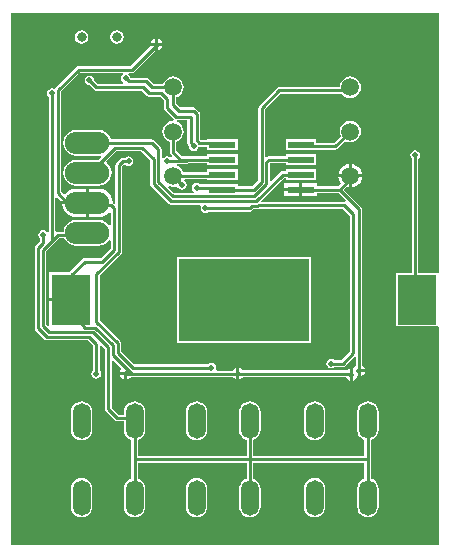
<source format=gbl>
%FSTAX23Y23*%
%MOIN*%
%SFA1B1*%

%IPPOS*%
%AMD34*
4,1,8,-0.029500,0.000000,-0.029500,0.000000,0.000000,-0.029500,0.000000,-0.029500,0.029500,0.000000,0.029500,0.000000,0.000000,0.029500,0.000000,0.029500,-0.029500,0.000000,0.0*
1,1,0.059063,0.000000,0.000000*
1,1,0.059063,0.000000,0.000000*
1,1,0.059063,0.000000,0.000000*
1,1,0.059063,0.000000,0.000000*
%
%AMD35*
4,1,8,0.000000,-0.029500,0.000000,-0.029500,0.029500,0.000000,0.029500,0.000000,0.000000,0.029500,0.000000,0.029500,-0.029500,0.000000,-0.029500,0.000000,0.000000,-0.029500,0.0*
1,1,0.059063,0.000000,0.000000*
1,1,0.059063,0.000000,0.000000*
1,1,0.059063,0.000000,0.000000*
1,1,0.059063,0.000000,0.000000*
%
%ADD29C,0.010000*%
%ADD30O,0.148000X0.074000*%
%ADD31C,0.031500*%
%ADD32O,0.059055X0.118110*%
%ADD33C,0.019685*%
G04~CAMADD=34~8~0.0~0.0~590.6~590.6~295.3~0.0~15~0.0~0.0~0.0~0.0~0~0.0~0.0~0.0~0.0~0~0.0~0.0~0.0~90.0~590.0~589.0*
%ADD34D34*%
G04~CAMADD=35~8~0.0~0.0~590.6~590.6~295.3~0.0~15~0.0~0.0~0.0~0.0~0~0.0~0.0~0.0~0.0~0~0.0~0.0~0.0~180.0~590.0~589.0*
%ADD35D35*%
%ADD36R,0.125980X0.165350*%
%ADD37R,0.433070X0.275590*%
%ADD38R,0.090000X0.023622*%
%LNpcb1-1*%
%LPD*%
G36*
X01427Y00908D02*
X01423Y00905D01*
X01422*
X01359*
Y01287*
X01359Y01287*
X01363Y01293*
X01364Y01299*
X01363Y01305*
X01359Y0131*
X01354Y01314*
X01348Y01315*
X01342Y01314*
X01337Y0131*
X01333Y01305*
X01332Y01299*
X01333Y01293*
X01337Y01287*
X01337Y01287*
Y00905*
X01285*
Y00728*
X01422*
X01423*
X01427Y00725*
Y0*
X0*
Y01771*
X01427*
Y00908*
G37*
%LNpcb1-2*%
%LPC*%
G36*
X00491Y01686D02*
Y01672D01*
X00505*
X00504Y01675*
X005Y01681*
X00493Y01686*
X00491Y01686*
G37*
G36*
X00481D02*
X00478Y01686D01*
X00471Y01681*
X00467Y01675*
X00466Y01672*
X00481*
Y01686*
G37*
G36*
X00354Y01715D02*
X00345Y01713D01*
X00338Y01708*
X00333Y01701*
X00332Y01692*
X00333Y01684*
X00338Y01677*
X00345Y01672*
X00354Y0167*
X00362Y01672*
X0037Y01677*
X00374Y01684*
X00376Y01692*
X00374Y01701*
X0037Y01708*
X00362Y01713*
X00354Y01715*
G37*
G36*
X00236D02*
X00227Y01713D01*
X0022Y01708*
X00215Y01701*
X00214Y01692*
X00215Y01684*
X0022Y01677*
X00227Y01672*
X00236Y0167*
X00244Y01672*
X00251Y01677*
X00256Y01684*
X00258Y01692*
X00256Y01701*
X00251Y01708*
X00244Y01713*
X00236Y01715*
G37*
G36*
X00505Y01662D02*
X00491D01*
Y01648*
X00493Y01648*
X005Y01653*
X00504Y01659*
X00505Y01662*
G37*
G36*
X00481D02*
X00465D01*
X00398Y01595*
X00226*
X00222Y01595*
X00218Y01592*
X00149Y01523*
X00149Y01523*
X00143Y0152*
X00137Y01522*
X00131Y0152*
X00126Y01517*
X00122Y01512*
X00121Y01505*
X00122Y01499*
X00126Y01494*
X00126Y01494*
Y01043*
X00121Y01042*
X00119Y01044*
X00114Y01048*
X00108Y01049*
X00102Y01048*
X00096Y01044*
X00093Y01039*
X00092Y01033*
X00093Y01027*
X00096Y01022*
X00097Y01021*
Y01011*
X00084Y00998*
X00081Y00995*
X00081Y0099*
Y00721*
X00081Y00717*
X00084Y00713*
X00113Y00684*
X00117Y00682*
X00121Y00681*
X00257*
X00274Y00664*
Y00582*
X00274Y00582*
X0027Y00577*
X00269Y0057*
X0027Y00564*
X00274Y00559*
X00279Y00555*
X00285Y00554*
X00291Y00555*
X00296Y00559*
X003Y00564*
X00301Y0057*
X003Y00577*
X00296Y00582*
X00296Y00582*
Y00664*
X00301Y00666*
X00313Y00654*
Y00452*
X00314Y00448*
X00316Y00444*
X00346Y00415*
X0035Y00412*
X00354Y00412*
X00377*
Y00383*
X00378Y00374*
X00382Y00365*
X00388Y00358*
X00395Y00352*
X00402Y0035*
Y00285*
Y0022*
X00395Y00218*
X00388Y00212*
X00382Y00204*
X00378Y00196*
X00377Y00187*
Y00127*
X00378Y00118*
X00382Y0011*
X00388Y00102*
X00395Y00096*
X00404Y00093*
X00413Y00092*
X00422Y00093*
X00431Y00096*
X00438Y00102*
X00444Y0011*
X00447Y00118*
X00449Y00127*
Y00187*
X00447Y00196*
X00444Y00204*
X00438Y00212*
X00431Y00218*
X00424Y0022*
Y00274*
X00786*
Y0022*
X00779Y00218*
X00771Y00212*
X00766Y00204*
X00762Y00196*
X00761Y00187*
Y00127*
X00762Y00118*
X00766Y0011*
X00771Y00102*
X00779Y00096*
X00787Y00093*
X00797Y00092*
X00806Y00093*
X00815Y00096*
X00822Y00102*
X00828Y0011*
X00831Y00118*
X00833Y00127*
Y00187*
X00831Y00196*
X00828Y00204*
X00822Y00212*
X00815Y00218*
X00808Y0022*
Y00274*
X01179*
Y0022*
X01173Y00218*
X01165Y00212*
X01159Y00204*
X01156Y00196*
X01155Y00187*
Y00127*
X01156Y00118*
X01159Y0011*
X01165Y00102*
X01173Y00096*
X01181Y00093*
X0119Y00092*
X012Y00093*
X01208Y00096*
X01216Y00102*
X01221Y0011*
X01225Y00118*
X01226Y00127*
Y00187*
X01225Y00196*
X01221Y00204*
X01216Y00212*
X01208Y00218*
X01202Y0022*
Y00285*
Y0035*
X01208Y00352*
X01216Y00358*
X01221Y00365*
X01225Y00374*
X01226Y00383*
Y00442*
X01225Y00452*
X01221Y0046*
X01216Y00468*
X01208Y00473*
X012Y00477*
X0119Y00478*
X01181Y00477*
X01173Y00473*
X01165Y00468*
X01159Y0046*
X01156Y00452*
X01155Y00442*
Y00383*
X01156Y00374*
X01159Y00365*
X01165Y00358*
X01173Y00352*
X01179Y0035*
Y00296*
X00808*
Y0035*
X00815Y00352*
X00822Y00358*
X00828Y00365*
X00831Y00374*
X00833Y00383*
Y00442*
X00831Y00452*
X00828Y0046*
X00822Y00468*
X00815Y00473*
X00806Y00477*
X00797Y00478*
X00787Y00477*
X00779Y00473*
X00771Y00468*
X00766Y0046*
X00762Y00452*
X00761Y00442*
Y00383*
X00762Y00374*
X00766Y00365*
X00771Y00358*
X00779Y00352*
X00786Y0035*
Y00296*
X00424*
Y0035*
X00431Y00352*
X00438Y00358*
X00444Y00365*
X00447Y00374*
X00449Y00383*
Y00442*
X00447Y00452*
X00444Y0046*
X00438Y00468*
X00431Y00473*
X00422Y00477*
X00413Y00478*
X00404Y00477*
X00395Y00473*
X00388Y00468*
X00382Y0046*
X00378Y00452*
X00377Y00442*
Y00434*
X00358*
X00336Y00457*
Y00615*
X0034Y00617*
X00369Y00588*
X00369Y00585*
X00365Y00578*
X00364Y00575*
X00383*
Y0057*
X00388*
Y00551*
X00391Y00552*
X00398Y00556*
X004Y00559*
X004Y00559*
X00404Y00558*
X00742*
X00743Y00556*
X0075Y00552*
X00752Y00551*
Y0057*
Y0059*
X0075Y00589*
X00743Y00585*
X0074Y0058*
X00687*
X00684Y00585*
X00685Y0059*
X00684Y00596*
X0068Y00601*
X00675Y00605*
X00669Y00606*
X00663Y00605*
X00657Y00601*
X00657Y00601*
X00411*
X00368Y00644*
Y00672*
X00367Y00676*
X00364Y0068*
X00296Y00748*
Y00897*
X00368Y00969*
X0037Y00973*
X00371Y00977*
Y01261*
X00377Y01267*
X00382Y01268*
X00387Y01264*
X00393Y01263*
X00399Y01264*
X00405Y01268*
X00408Y01273*
X00409Y01279*
X00408Y01285*
X00405Y0129*
X00399Y01294*
X00393Y01295*
X00387Y01294*
X00382Y0129*
X00382Y0129*
X00374*
X00369Y01289*
X00366Y01287*
X00352Y01273*
X0035Y0127*
X00349Y01266*
Y01139*
X00344Y01137*
X00342Y01139*
X0034Y01141*
X00338Y01152*
X00333Y01163*
X00326Y01173*
X00316Y01181*
X00305Y01185*
X00292Y01187*
X0026*
Y0114*
Y01092*
X00292*
X00305Y01094*
X00316Y01099*
X00326Y01106*
X00328Y01109*
X00333Y01107*
Y01066*
X00328Y01064*
X00323Y0107*
X00314Y01077*
X00304Y01082*
X00292Y01083*
X00218*
X00207Y01082*
X00197Y01077*
X00188Y0107*
X00181Y01061*
X00177Y01051*
X00176Y01044*
X00157*
X00154Y01043*
X00151Y01045*
X00149Y01047*
Y01156*
X00154Y01158*
X00167Y01145*
X0025*
Y01187*
X00218*
X00206Y01185*
X00195Y01181*
X00185Y01173*
X00181Y01168*
X00176Y01168*
X00168Y01175*
Y01492*
X00169Y01492*
X00169Y01497*
Y01512*
X00231Y01573*
X00373*
X00375Y01568*
X00372Y01566*
X00368Y01561*
X00367Y01555*
X00368Y01548*
X00372Y01543*
X00375Y01541*
X00373Y01536*
X0029*
X00278Y01547*
X00279Y01548*
X00277Y01554*
X00274Y01559*
X00269Y01563*
X00262Y01564*
X00256Y01563*
X00251Y01559*
X00247Y01554*
X00246Y01548*
X00247Y01541*
X00251Y01536*
X00256Y01533*
X00262Y01531*
X00263Y01532*
X00277Y01517*
X00281Y01515*
X00285Y01514*
X00438*
X00454Y01497*
X00458Y01495*
X00462Y01494*
X00497*
X0051Y01481*
Y01456*
X00511Y01452*
X00513Y01448*
X00543Y01419*
X00544Y01418*
X00542Y01413*
X00541Y01413*
X00532Y01412*
X00523Y01408*
X00516Y01403*
X0051Y01395*
X00506Y01387*
X00505Y01377*
X00506Y01368*
X0051Y0136*
X00516Y01352*
X00523Y01346*
X0053Y01344*
Y01309*
X0053Y01304*
X00533Y01301*
X00537Y01296*
X00535Y01291*
X00532Y01291*
X00527Y01294*
X00521Y01295*
X00515Y01294*
X0051Y0129*
X00508Y01288*
X00503Y01289*
Y01318*
X00502Y01323*
X005Y01326*
X00478Y01348*
X00475Y0135*
X0047Y01351*
X00334*
Y01351*
X0033Y01361*
X00323Y0137*
X00314Y01377*
X00304Y01382*
X00292Y01383*
X00218*
X00207Y01382*
X00197Y01377*
X00188Y0137*
X00181Y01361*
X00177Y01351*
X00175Y0134*
X00177Y01328*
X00181Y01318*
X00188Y01309*
X00197Y01302*
X00207Y01298*
X00218Y01296*
X00292*
X003Y01297*
X00302Y01293*
X00293Y01283*
X00292Y01283*
X00218*
X00207Y01282*
X00197Y01277*
X00188Y0127*
X00181Y01261*
X00177Y01251*
X00175Y0124*
X00177Y01228*
X00181Y01218*
X00188Y01209*
X00197Y01202*
X00207Y01198*
X00218Y01196*
X00292*
X00304Y01198*
X00314Y01202*
X00323Y01209*
X0033Y01218*
X00334Y01228*
X00336Y0124*
X00334Y01251*
X0033Y01261*
X00323Y0127*
X0032Y01273*
X00319Y01278*
X00354Y01312*
X00433*
X00464Y01281*
Y01204*
X00465Y01199*
X00468Y01196*
X00526Y01137*
X0053Y01135*
X00534Y01134*
X00632*
X00635Y01129*
X00634Y01128*
X00633Y01122*
X00634Y01115*
X00638Y0111*
X00643Y01107*
X00649Y01105*
X00655Y01107*
X00661Y0111*
X00661Y0111*
X00797*
X00801Y01111*
X00805Y01114*
X00809Y01118*
X00823*
X00827Y01119*
X0083Y0112*
X01107*
X0113Y01097*
Y00644*
X01101Y00615*
X0108*
X0108Y00615*
X01075Y00619*
X01068Y0062*
X01062Y00619*
X01057Y00615*
X01053Y0061*
X01052Y00604*
X01053Y00598*
X01057Y00592*
X01062Y00589*
X01068Y00588*
X01075Y00589*
X0108Y00592*
X0108Y00593*
X01106*
X0111Y00593*
X01114Y00596*
X01145Y00627*
X0115Y00625*
Y00597*
X01147Y00595*
X01142Y00588*
X01142Y00585*
X0114Y00586*
Y00566*
Y00547*
X01143Y00548*
X0115Y00552*
X01154Y00559*
X01155Y00561*
X01156Y00561*
Y0058*
X01161*
Y00585*
X0118*
X0118Y00588*
X01175Y00595*
X01172Y00597*
Y01119*
X01171Y01123*
X01169Y01127*
X01112Y01184*
X01119Y01192*
X01121Y01191*
X01126Y01191*
Y01225*
X01092*
X01093Y01219*
X01097Y0121*
X01101Y01205*
X01091Y01196*
X01022*
Y01206*
X00972*
Y01184*
Y01163*
X01022*
Y01173*
X01091*
X01116Y01148*
X01116Y01147*
X01112Y01143*
X00836*
X00834Y01147*
X0091Y01223*
X00916*
Y01217*
X01018*
Y01252*
X00916*
Y01246*
X00906*
X00901Y01245*
X00898Y01242*
X00868Y01213*
X00863Y01214*
Y01271*
X00866Y01273*
X00916*
Y01267*
X01018*
Y01302*
X00916*
Y01296*
X00861*
X00857Y01295*
X00853Y01292*
X00852Y01291*
X00847Y01293*
Y01452*
X009Y01504*
X01103*
X01106Y015*
X01113Y01494*
X01122Y0149*
X01131Y01489*
X01141Y0149*
X01149Y01494*
X01157Y015*
X01162Y01507*
X01166Y01516*
X01167Y01525*
X01166Y01534*
X01162Y01543*
X01157Y0155*
X01149Y01556*
X01141Y0156*
X01131Y01561*
X01122Y0156*
X01113Y01556*
X01106Y0155*
X011Y01543*
X01097Y01534*
X01096Y01526*
X00895*
X00891Y01526*
X00887Y01523*
X00828Y01464*
X00826Y0146*
X00825Y01456*
Y01215*
X00806Y01196*
X00756*
Y01202*
X00654*
Y01202*
X00631*
X00631Y01202*
X00626Y01205*
X0062Y01207*
X00613Y01205*
X00608Y01202*
X00605Y01197*
X00603Y0119*
X00605Y01184*
X00608Y01179*
X00611Y01177*
X00609Y01172*
X00545*
X00525Y01192*
X00528Y01197*
X00532Y01195*
X00541Y01194*
X0055Y01195*
X00552Y01196*
X00555Y01194*
X00559Y01189*
X00564Y01185*
X0057Y01184*
X00577Y01185*
X00582Y01189*
X00585Y01194*
X00587Y012*
X00585Y01206*
X00582Y01212*
X00579Y01214*
X0058Y01219*
X00654*
Y01217*
X00756*
Y01252*
X00654*
Y01241*
X00575*
X00572Y01248*
X00566Y01255*
X00559Y01261*
X00554Y01263*
X00555Y01268*
X00585*
X00589Y01269*
X00593Y01271*
X00595Y01273*
X00654*
Y01267*
X00756*
Y01302*
X00654*
Y01296*
X0059*
X0057*
X00552Y01313*
Y01344*
X00559Y01346*
X00566Y01352*
X00572Y0136*
X00575Y01368*
X00577Y01377*
X00575Y01387*
X00572Y01395*
X00566Y01403*
X00559Y01408*
X00554Y0141*
X00555Y01415*
X00589*
Y01338*
X0059Y01334*
X00592Y0133*
X00594Y01328*
X00594Y01328*
X00595Y01322*
X00598Y01317*
X00604Y01313*
X0061Y01312*
X00616Y01313*
X00621Y01317*
X00625Y01322*
X00626Y01328*
X00629Y01327*
X00654*
Y01317*
X00756*
Y01352*
X00654*
Y01349*
X00634*
X00631Y01353*
Y01437*
X0063Y01441*
X00628Y01444*
X00618Y01454*
X00614Y01457*
X0061Y01458*
X00565*
X00552Y01471*
Y01491*
X00559Y01494*
X00566Y015*
X00572Y01507*
X00575Y01516*
X00577Y01525*
X00575Y01534*
X00572Y01543*
X00566Y0155*
X00559Y01556*
X0055Y0156*
X00541Y01561*
X00532Y0156*
X00523Y01556*
X00516Y0155*
X0051Y01543*
X00507Y01536*
X00477*
X0046Y01553*
X00457Y01555*
X00452Y01556*
X00399*
X00398Y01561*
X00395Y01566*
X00392Y01568*
X00393Y01573*
X00403*
X00407Y01574*
X00411Y01576*
X00481Y01646*
Y01662*
G37*
G36*
X01131Y01413D02*
X01122Y01412D01*
X01113Y01408*
X01106Y01403*
X011Y01395*
X01097Y01387*
X01096Y01377*
X01097Y01368*
X011Y01361*
X01078Y01339*
X01018*
Y01352*
X00916*
Y01317*
X01018*
Y01317*
X01082*
X01086Y01318*
X0109Y0132*
X01115Y01346*
X01122Y01343*
X01131Y01342*
X01141Y01343*
X01149Y01346*
X01157Y01352*
X01162Y0136*
X01166Y01368*
X01167Y01377*
X01166Y01387*
X01162Y01395*
X01157Y01403*
X01149Y01408*
X01141Y01412*
X01131Y01413*
G37*
G36*
X01136Y01269D02*
Y01235D01*
X01171*
X0117Y0124*
X01166Y0125*
X0116Y01258*
X01151Y01264*
X01142Y01268*
X01136Y01269*
G37*
G36*
X01126D02*
X01121Y01268D01*
X01111Y01264*
X01103Y01258*
X01097Y0125*
X01093Y0124*
X01092Y01235*
X01126*
Y01269*
G37*
G36*
X01171Y01225D02*
X01136D01*
Y01191*
X01142Y01191*
X01151Y01195*
X0116Y01202*
X01166Y0121*
X0117Y01219*
X01171Y01225*
G37*
G36*
X00962Y01206D02*
X00912D01*
Y01189*
X00962*
Y01206*
G37*
G36*
Y01179D02*
X00912D01*
Y01163*
X00962*
Y01179*
G37*
G36*
X0025Y01135D02*
X00172D01*
X00173Y01127*
X00177Y01116*
X00185Y01106*
X00195Y01099*
X00206Y01094*
X00218Y01092*
X0025*
Y01135*
G37*
G36*
X01Y0096D02*
X00555D01*
Y00673*
X01*
Y0096*
G37*
G36*
X0118Y00575D02*
X01166D01*
Y00561*
X01169Y00562*
X01175Y00566*
X0118Y00572*
X0118Y00575*
G37*
G36*
X00378Y00565D02*
X00364D01*
X00365Y00563*
X00369Y00556*
X00376Y00552*
X00378Y00551*
Y00565*
G37*
G36*
X00762Y0059D02*
Y0057D01*
Y00551*
X00765Y00552*
X00772Y00556*
X00774Y00559*
X01117*
X01117Y00559*
X01121Y00552*
X01128Y00548*
X0113Y00547*
Y00566*
Y00586*
X01128Y00585*
X01122Y00582*
X00774*
X00772Y00585*
X00765Y00589*
X00762Y0059*
G37*
G36*
X01013Y00478D02*
X01004Y00477D01*
X00995Y00473*
X00988Y00468*
X00982Y0046*
X00979Y00452*
X00977Y00442*
Y00383*
X00979Y00374*
X00982Y00365*
X00988Y00358*
X00995Y00352*
X01004Y00349*
X01013Y00348*
X01023Y00349*
X01031Y00352*
X01039Y00358*
X01044Y00365*
X01048Y00374*
X01049Y00383*
Y00442*
X01048Y00452*
X01044Y0046*
X01039Y00468*
X01031Y00473*
X01023Y00477*
X01013Y00478*
G37*
G36*
X0062D02*
X0061Y00477D01*
X00602Y00473*
X00594Y00468*
X00589Y0046*
X00585Y00452*
X00584Y00442*
Y00383*
X00585Y00374*
X00589Y00365*
X00594Y00358*
X00602Y00352*
X0061Y00349*
X0062Y00348*
X00629Y00349*
X00638Y00352*
X00645Y00358*
X00651Y00365*
X00654Y00374*
X00655Y00383*
Y00442*
X00654Y00452*
X00651Y0046*
X00645Y00468*
X00638Y00473*
X00629Y00477*
X0062Y00478*
G37*
G36*
X00236D02*
X00226Y00477D01*
X00218Y00473*
X0021Y00468*
X00205Y0046*
X00201Y00452*
X002Y00442*
Y00383*
X00201Y00374*
X00205Y00365*
X0021Y00358*
X00218Y00352*
X00226Y00349*
X00236Y00348*
X00245Y00349*
X00254Y00352*
X00261Y00358*
X00267Y00365*
X0027Y00374*
X00272Y00383*
Y00442*
X0027Y00452*
X00267Y0046*
X00261Y00468*
X00254Y00473*
X00245Y00477*
X00236Y00478*
G37*
G36*
X01013Y00222D02*
X01004Y00221D01*
X00995Y00218*
X00988Y00212*
X00982Y00204*
X00979Y00196*
X00977Y00187*
Y00127*
X00979Y00118*
X00982Y0011*
X00988Y00102*
X00995Y00096*
X01004Y00093*
X01013Y00092*
X01023Y00093*
X01031Y00096*
X01039Y00102*
X01044Y0011*
X01048Y00118*
X01049Y00127*
Y00187*
X01048Y00196*
X01044Y00204*
X01039Y00212*
X01031Y00218*
X01023Y00221*
X01013Y00222*
G37*
G36*
X0062D02*
X0061Y00221D01*
X00602Y00218*
X00594Y00212*
X00589Y00204*
X00585Y00196*
X00584Y00187*
Y00127*
X00585Y00118*
X00589Y0011*
X00594Y00102*
X00602Y00096*
X0061Y00093*
X0062Y00092*
X00629Y00093*
X00638Y00096*
X00645Y00102*
X00651Y0011*
X00654Y00118*
X00655Y00127*
Y00187*
X00654Y00196*
X00651Y00204*
X00645Y00212*
X00638Y00218*
X00629Y00221*
X0062Y00222*
G37*
G36*
X00236D02*
X00226Y00221D01*
X00218Y00218*
X0021Y00212*
X00205Y00204*
X00201Y00196*
X002Y00187*
Y00127*
X00201Y00118*
X00205Y0011*
X0021Y00102*
X00218Y00096*
X00226Y00093*
X00236Y00092*
X00245Y00093*
X00254Y00096*
X00261Y00102*
X00267Y0011*
X0027Y00118*
X00272Y00127*
Y00187*
X0027Y00196*
X00267Y00204*
X00261Y00212*
X00254Y00218*
X00245Y00221*
X00236Y00222*
G37*
%LNpcb1-3*%
%LPD*%
G36*
X00181Y01018D02*
X00188Y01009D01*
X00197Y01002*
X00207Y00998*
X00218Y00996*
X00292*
X00304Y00998*
X00314Y01002*
X00323Y01009*
X00328Y01015*
X00333Y01013*
Y00988*
X003Y00956*
X00246*
X00241Y00955*
X00238Y00952*
X00194Y00909*
X00127*
Y00821*
X002*
Y00811*
X00127*
Y00731*
X00123Y00729*
X00119Y00732*
Y00979*
X00145Y01005*
X00162Y01022*
X00179*
X00181Y01018*
G37*
G54D29*
X00137Y01013D02*
X00157Y01033D01*
X00108Y00984D02*
X00137Y01013D01*
X00157Y01515D02*
Y01515D01*
Y01515D02*
X00158Y01514D01*
Y01497D02*
Y01514D01*
X00157Y01496D02*
X00158Y01497D01*
X00157Y01171D02*
Y01496D01*
X00137Y01013D02*
Y01505D01*
X00967Y01334D02*
X00973Y01328D01*
X01082*
X01131Y01377*
X00699Y0119D02*
X00705Y01184D01*
X0062Y0119D02*
X00699D01*
X00649Y01122D02*
X00797D01*
X00804Y01129*
X00541Y01161D02*
X0081D01*
X00534Y01145D02*
X00816D01*
X00804Y01129D02*
X00823D01*
X00825Y01131*
X01112*
X01141Y01102*
Y00639D02*
Y01102D01*
X01106Y00604D02*
X01141Y00639D01*
X01068Y00604D02*
X01106D01*
X0059Y01284D02*
X00705D01*
X00565D02*
X0059D01*
X00585Y01279D02*
X0059Y01284D01*
X00521Y01279D02*
X00585D01*
X00374D02*
X00393D01*
X0036Y01266D02*
X00374Y01279D01*
X0036Y00977D02*
Y01266D01*
X00285Y00902D02*
X0036Y00977D01*
X00285Y00744D02*
Y00902D01*
Y00744D02*
X00356Y00672D01*
Y0064D02*
Y00672D01*
Y0064D02*
X00406Y0059D01*
X00669*
X00275Y00708D02*
X00324Y00659D01*
Y00452D02*
Y00659D01*
X00404Y00569D02*
X00756D01*
X00757Y0057*
X00403D02*
X00404Y00569D01*
X00285Y0057D02*
Y00669D01*
X00262Y00692D02*
X00285Y00669D01*
X00121Y00692D02*
X00262D01*
X00092Y00721D02*
X00121Y00692D01*
X00092Y00721D02*
Y0099D01*
X00108Y01006*
Y01033*
X00541Y0123D02*
X0057Y012D01*
X00492Y0121D02*
X00541Y01161D01*
X0081D02*
X00852Y01204D01*
X00476D02*
X00534Y01145D01*
X00816D02*
X00906Y01234D01*
X00188Y0114D02*
X00255D01*
X00157Y01171D02*
X00188Y0114D01*
X00157Y01515D02*
X00226Y01584D01*
X00403*
X00486Y01667*
X00285Y01525D02*
X00442D01*
X00262Y01548D02*
X00285Y01525D01*
X00906Y01234D02*
X00967D01*
X00476Y01204D02*
Y01285D01*
X00437Y01324D02*
X00476Y01285D01*
X00349Y01324D02*
X00437D01*
X00265Y0124D02*
X00349Y01324D01*
X00255Y0124D02*
X00265D01*
X00255Y0134D02*
X0047D01*
X00492Y01318*
Y0121D02*
Y01318D01*
X00852Y01204D02*
Y01275D01*
X00861Y01284*
X00967*
X01122Y01515D02*
X01131Y01525D01*
X00895Y01515D02*
X01122D01*
X00836Y01456D02*
X00895Y01515D01*
X00836Y0121D02*
Y01456D01*
X0081Y01184D02*
X00836Y0121D01*
X00705Y01184D02*
X0081D01*
X01348Y00822D02*
X01354Y00816D01*
X01348Y00822D02*
Y01299D01*
X006Y01338D02*
X0061Y01328D01*
X00629Y01338D02*
X00701D01*
X0062Y01348D02*
X00629Y01338D01*
X0062Y01348D02*
Y01437D01*
X0061Y01446D02*
X0062Y01437D01*
X006Y01338D02*
Y01427D01*
X00551D02*
X006D01*
X00521Y01456D02*
X00551Y01427D01*
X00521Y01456D02*
Y01486D01*
X00501Y01505D02*
X00521Y01486D01*
X00462Y01505D02*
X00501D01*
X00442Y01525D02*
X00462Y01505D01*
X0119Y00285D02*
Y00413D01*
Y00157D02*
Y00285D01*
X00797D02*
X0119D01*
X00797D02*
Y00413D01*
Y00157D02*
Y00285D01*
X00413D02*
Y00413D01*
Y00157D02*
Y00285D01*
X00797*
X00383Y0057D02*
X00403D01*
X0034Y00633D02*
X00403Y0057D01*
X002Y00773D02*
Y00816D01*
Y00773D02*
X00249Y00724D01*
X00282*
X0034Y00666*
Y00633D02*
Y00666D01*
X002Y00816D02*
Y00899D01*
X00246Y00944*
X00305*
X00344Y00984*
Y01122*
X00334Y01131D02*
X00344Y01122D01*
X00264Y01131D02*
X00334D01*
X00255Y0114D02*
X00264Y01131D01*
X00249Y01033D02*
X00255Y0104D01*
X00157Y01033D02*
X00249D01*
X00108Y00728D02*
Y00984D01*
Y00728D02*
X00127Y00708D01*
X00275*
X00324Y00452D02*
X00354Y00423D01*
X00403*
X00413Y00413*
X00757Y0057D02*
X01131D01*
X01135Y00566*
X01161Y0058D02*
Y01119D01*
X01096Y01184D02*
X01161Y01119D01*
X00967Y01184D02*
X01096D01*
X01131Y0122D02*
Y0123D01*
X01096Y01184D02*
X01131Y0122D01*
X007Y0123D02*
X00705Y01234D01*
X00541Y0123D02*
X007D01*
X00541Y01309D02*
Y01377D01*
Y01309D02*
X00565Y01284D01*
X00383Y01555D02*
X00393Y01545D01*
X00452*
X00472Y01525*
X00541*
Y01466D02*
Y01525D01*
Y01466D02*
X00561Y01446D01*
X0061*
X00701Y01338D02*
X00705Y01334D01*
G54D30*
X00255Y0104D03*
Y0114D03*
Y0124D03*
Y0134D03*
G54D31*
X00236Y01692D03*
X00354D03*
G54D32*
X00797Y00413D03*
Y00157D03*
X0062Y00413D03*
Y00157D03*
X00236D03*
Y00413D03*
X00413Y00157D03*
Y00413D03*
X0119D03*
Y00157D03*
X01013Y00413D03*
Y00157D03*
G54D33*
X00137Y01505D03*
X0062Y0119D03*
X00649Y01122D03*
X01068Y00604D03*
X00521Y01279D03*
X00393D03*
X00669Y0059D03*
X00285Y0057D03*
X00108Y01033D03*
X0057Y012D03*
X00486Y01667D03*
X01348Y01299D03*
X0061Y01328D03*
X00262Y01548D03*
X00383Y0057D03*
X00757D03*
X01135Y00566D03*
X01161Y0058D03*
X00383Y01555D03*
G54D34*
X01131Y01377D03*
X00541Y01525D03*
Y01377D03*
Y0123D03*
X01131Y01525D03*
G54D35*
X01131Y0123D03*
G54D36*
X01354Y00816D03*
X002D03*
G54D37*
X00777Y00816D03*
G54D38*
X00705Y01184D03*
Y01234D03*
Y01334D03*
X00967Y01184D03*
Y01234D03*
Y01334D03*
X00705Y01284D03*
X00967D03*
M02*
</source>
